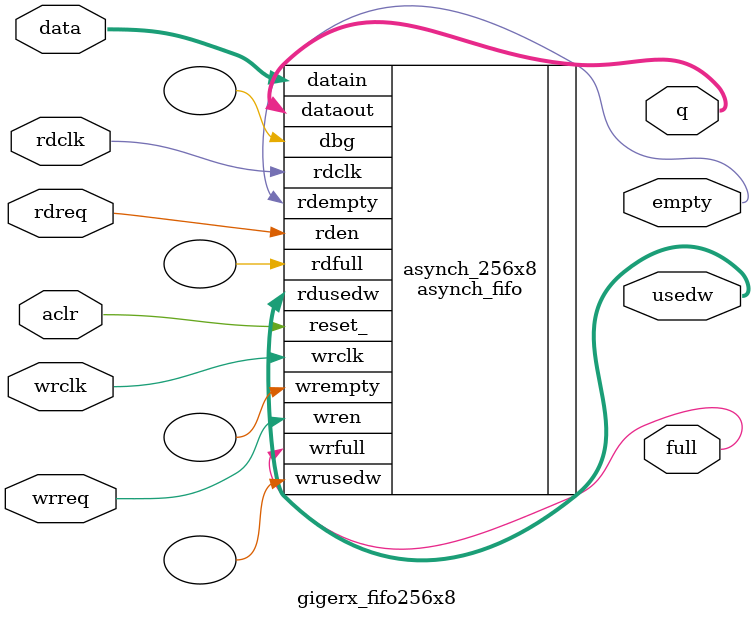
<source format=v>


`timescale 1ns / 1ns


module gigerx_fifo256x8

(
			aclr,
			
			wrclk,          // i,Clk for writing data                                  
			wrreq,          // i,request to write                                      
			data,           // i,Data coming in                                          
			full,           // o,indicates fifo is full or not (To avoid overiding)    
		                                                                               
			rdclk,	        // i,Clk for reading data                                  
			rdreq,          // i,Request to read from FIFO                             
			q, 	            // o,Data coming out                                       
			empty,           // o,indicates fifo is empty or not (to avoid underflow)  
			usedw             //o, number of slots currently in use for reading        

);
	parameter WIDTH = 8,
			  DEPTH = 256,
			  PTR	= 8;
			  
			  
			input wire aclr;

			input  wire 				wrclk;          // Clk for writing data                              
			input  wire 				wrreq;          // request to write                                  
			input  wire [WIDTH-1 : 0]	data;          	// Data coming in                                                   
			output wire					full;           // indicates fifo is full or not (To avoid overiding)
		                       
			input  wire 				rdclk;           // Clk for read data                                     
			input  wire 				rdreq;            // Request to read from FIFO                            
			output wire [WIDTH-1 : 0]	q; 	            	 // Data coming out                                      
			output wire 				empty;          	 // indicates fifo is empty or not (to avoid underflow)  
			output wire [PTR  : 0] 		usedw;          	 // number of slots currently in use for reading         


asynch_fifo	#(.WIDTH (WIDTH),		  			
					  	  .DEPTH (DEPTH),
					 	  .PTR	 (PTR) )		 
 											
	asynch_256x8		  (
			.reset_	(aclr),                            // Clk to write data                                            
			                                           // write enable                                                 
			.wrclk	(wrclk),		                   // write data                                                   
			.wren	(wrreq),	   	                   // indicates fifo is full or not (To avoid overiding)           
			.datain	(data),			                   // indicates fifo is empty or not (to avoid underflow)          
			.wrfull	(full),			                   // wrusedw -number of locations filled in fifo                  
			.wrempty(),				                                                                                   
			.wrusedw(),				                                                                                   
                                                       // i-1, Clk to read data                                        
			.rdclk	(rdclk),		                   // i-1, read enable of data FIFO                                
			.rden	(rdreq),		                   // Dataout of data FIFO                                         
			.dataout(q),			                   // indicates fifo is full or not (To avoid overiding) (Not used)
			.rdfull	(),				                   // indicates fifo is empty or not (to avoid underflow)          
			.rdempty(empty),		                   // rdusedw -number of locations filled in fifo (not used )      
			.rdusedw(usedw),		

			.dbg()

		 );
endmodule
</source>
